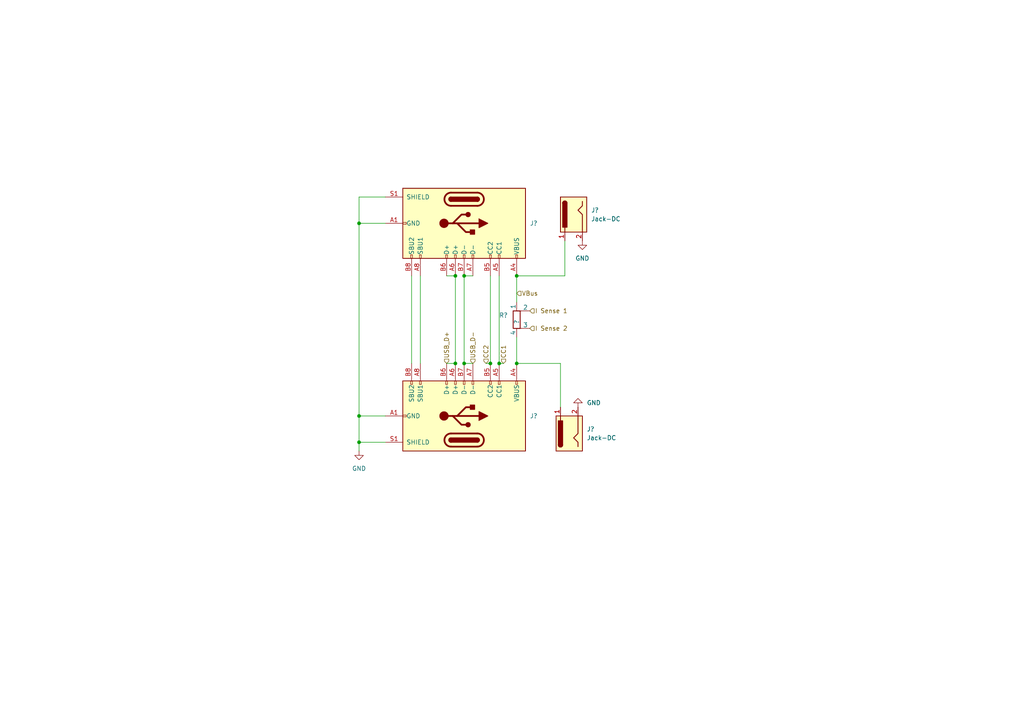
<source format=kicad_sch>
(kicad_sch (version 20211123) (generator eeschema)
  (paper "A4")
  (lib_symbols
    (symbol "Connector:Jack-DC" (pin_names (offset 1.016))
      (property "Reference" "J" (at 0 5.334 0))
      (property "Value" "Jack-DC" (at 0 -5.08 0))
      (symbol "Jack-DC_0_1"
        (rectangle (start -5.08 3.81) (end 5.08 -3.81) (stroke (width 0.254)) (fill (type background)))
        (arc (start -3.302 3.175) (mid -3.937 2.54) (end -3.302 1.905) (stroke (width 0.254)))
        (arc (start -3.302 3.175) (mid -3.937 2.54) (end -3.302 1.905) (stroke (width 0.254)) (fill (type outline)))
        (polyline (pts (xy 5.08 2.54) (xy 3.81 2.54)) (stroke (width 0.254)))
        (polyline (pts (xy -3.81 -2.54) (xy -2.54 -2.54) (xy -1.27 -1.27) (xy 0 -2.54) (xy 2.54 -2.54) (xy 5.08 -2.54)) (stroke (width 0.254)))
        (rectangle (start 3.683 3.175) (end -3.302 1.905) (stroke (width 0.254)) (fill (type outline)))
      )
      (symbol "Jack-DC_1_1"
        (pin passive line (at 7.62 2.54 180) (length 2.54) (name "~") (number "1"))
        (pin passive line (at 7.62 -2.54 180) (length 2.54) (name "~") (number "2"))
      )
    )
    (symbol "Connector:USB_C_Receptacle_USB2.0" (pin_names (offset 1.016))
      (property "Reference" "J" (at -10.16 19.05 0))
      (property "Value" "USB_C_Receptacle_USB2.0" (at 19.05 19.05 0))
      (symbol "USB_C_Receptacle_USB2.0_0_0"
        (rectangle (start -0.254 -17.78) (end 0.254 -16.764))
        (rectangle (start 10.16 -14.986) (end 9.144 -15.494))
        (rectangle (start 10.16 -12.446) (end 9.144 -12.954))
        (rectangle (start 10.16 -4.826) (end 9.144 -5.334))
        (rectangle (start 10.16 -2.286) (end 9.144 -2.794))
        (rectangle (start 10.16 0.254) (end 9.144 -0.254))
        (rectangle (start 10.16 2.794) (end 9.144 2.286))
        (rectangle (start 10.16 7.874) (end 9.144 7.366))
        (rectangle (start 10.16 10.414) (end 9.144 9.906))
        (rectangle (start 10.16 15.494) (end 9.144 14.986))
      )
      (symbol "USB_C_Receptacle_USB2.0_0_1"
        (rectangle (start -10.16 17.78) (end 10.16 -17.78) (stroke (width 0.254)) (fill (type background)))
        (arc (start -8.89 -3.81) (mid -6.985 -5.715) (end -5.08 -3.81) (stroke (width 0.508)))
        (arc (start -7.62 -3.81) (mid -6.985 -4.445) (end -6.35 -3.81) (stroke (width 0.254)))
        (arc (start -7.62 -3.81) (mid -6.985 -4.445) (end -6.35 -3.81) (stroke (width 0.254)) (fill (type outline)))
        (rectangle (start -7.62 -3.81) (end -6.35 3.81) (stroke (width 0.254)) (fill (type outline)))
        (arc (start -6.35 3.81) (mid -6.985 4.445) (end -7.62 3.81) (stroke (width 0.254)))
        (arc (start -6.35 3.81) (mid -6.985 4.445) (end -7.62 3.81) (stroke (width 0.254)) (fill (type outline)))
        (arc (start -5.08 3.81) (mid -6.985 5.715) (end -8.89 3.81) (stroke (width 0.508)))
        (circle (center -2.54 1.143) (radius 0.635) (stroke (width 0.254)) (fill (type outline)))
        (circle (center 0 -5.842) (radius 1.27) (fill (type outline)))
        (polyline (pts (xy -8.89 -3.81) (xy -8.89 3.81)) (stroke (width 0.508)))
        (polyline (pts (xy -5.08 3.81) (xy -5.08 -3.81)) (stroke (width 0.508)))
        (polyline (pts (xy 0 -5.842) (xy 0 4.318)) (stroke (width 0.508)))
        (polyline (pts (xy 0 -3.302) (xy -2.54 -0.762) (xy -2.54 0.508)) (stroke (width 0.508)))
        (polyline (pts (xy 0 -2.032) (xy 2.54 0.508) (xy 2.54 1.778)) (stroke (width 0.508)))
        (polyline (pts (xy -1.27 4.318) (xy 0 6.858) (xy 1.27 4.318) (xy -1.27 4.318)) (stroke (width 0.254)) (fill (type outline)))
        (rectangle (start 1.905 1.778) (end 3.175 3.048) (stroke (width 0.254)) (fill (type outline)))
      )
      (symbol "USB_C_Receptacle_USB2.0_1_1"
        (pin passive line (at 0 -22.86 90) (length 5.08) (name "GND") (number "A1"))
        (pin passive line (at 0 -22.86 90) (length 5.08) hide (name "GND") (number "A12"))
        (pin passive line (at 15.24 15.24 180) (length 5.08) (name "VBUS") (number "A4"))
        (pin bidirectional line (at 15.24 10.16 180) (length 5.08) (name "CC1") (number "A5"))
        (pin bidirectional line (at 15.24 -2.54 180) (length 5.08) (name "D+") (number "A6"))
        (pin bidirectional line (at 15.24 2.54 180) (length 5.08) (name "D-") (number "A7"))
        (pin bidirectional line (at 15.24 -12.7 180) (length 5.08) (name "SBU1") (number "A8"))
        (pin passive line (at 15.24 15.24 180) (length 5.08) hide (name "VBUS") (number "A9"))
        (pin passive line (at 0 -22.86 90) (length 5.08) hide (name "GND") (number "B1"))
        (pin passive line (at 0 -22.86 90) (length 5.08) hide (name "GND") (number "B12"))
        (pin passive line (at 15.24 15.24 180) (length 5.08) hide (name "VBUS") (number "B4"))
        (pin bidirectional line (at 15.24 7.62 180) (length 5.08) (name "CC2") (number "B5"))
        (pin bidirectional line (at 15.24 -5.08 180) (length 5.08) (name "D+") (number "B6"))
        (pin bidirectional line (at 15.24 0 180) (length 5.08) (name "D-") (number "B7"))
        (pin bidirectional line (at 15.24 -15.24 180) (length 5.08) (name "SBU2") (number "B8"))
        (pin passive line (at 15.24 15.24 180) (length 5.08) hide (name "VBUS") (number "B9"))
        (pin passive line (at -7.62 -22.86 90) (length 5.08) (name "SHIELD") (number "S1"))
      )
    )
    (symbol "Device:R_Shunt" (pin_numbers hide) (pin_names (offset 0))
      (property "Reference" "R" (at -4.445 0 90))
      (property "Value" "R_Shunt" (at -2.54 0 90))
      (symbol "R_Shunt_0_1"
        (rectangle (start -1.016 -2.54) (end 1.016 2.54) (stroke (width 0.254)))
        (polyline (pts (xy 0 -2.54) (xy 1.27 -2.54)))
        (polyline (pts (xy 1.27 2.54) (xy 0 2.54)))
      )
      (symbol "R_Shunt_1_1"
        (pin passive line (at 0 5.08 270) (length 2.54) (name "1") (number "1"))
        (pin passive line (at 3.81 2.54 180) (length 2.54) (name "2") (number "2"))
        (pin passive line (at 3.81 -2.54 180) (length 2.54) (name "3") (number "3"))
        (pin passive line (at 0 -5.08 90) (length 2.54) (name "4") (number "4"))
      )
    )
    (symbol "power:GND" (power) (pin_names (offset 0))
      (property "Value" "GND" (at 0 -3.81 0))
      (symbol "GND_0_1"
        (polyline (pts (xy 0 0) (xy 0 -1.27) (xy 1.27 -1.27) (xy 0 -2.54) (xy -1.27 -1.27) (xy 0 -1.27)))
      )
      (symbol "GND_1_1"
        (pin power_in line (at 0 0 270) (length 0) hide (name "GND") (number "1"))
      )
    )
  )
  (junction (at 142.24 105.41))
  (junction (at 149.86 105.41))
  (junction (at 132.08 80.01))
  (junction (at 134.62 105.41))
  (junction (at 134.62 80.01))
  (junction (at 144.78 105.41))
  (junction (at 132.08 105.41))
  (junction (at 104.14 120.65))
  (junction (at 104.14 64.77))
  (junction (at 149.86 80.01))
  (junction (at 104.14 128.27))
  (wire (pts (xy 132.08 80.01) (xy 132.08 105.41)))
  (wire (pts (xy 134.62 80.01) (xy 137.16 80.01)))
  (wire (pts (xy 162.56 118.11) (xy 162.56 105.41)))
  (wire (pts (xy 104.14 120.65) (xy 111.76 120.65)))
  (wire (pts (xy 163.83 69.85) (xy 163.83 80.01)))
  (wire (pts (xy 134.62 80.01) (xy 134.62 105.41)))
  (wire (pts (xy 104.14 128.27) (xy 104.14 120.65)))
  (wire (pts (xy 104.14 120.65) (xy 104.14 64.77)))
  (wire (pts (xy 119.38 80.01) (xy 119.38 105.41)))
  (wire (pts (xy 162.56 105.41) (xy 149.86 105.41)))
  (wire (pts (xy 104.14 130.81) (xy 104.14 128.27)))
  (wire (pts (xy 129.54 105.41) (xy 132.08 105.41)))
  (wire (pts (xy 149.86 97.79) (xy 149.86 105.41)))
  (wire (pts (xy 104.14 128.27) (xy 111.76 128.27)))
  (wire (pts (xy 149.86 80.01) (xy 149.86 87.63)))
  (wire (pts (xy 129.54 80.01) (xy 132.08 80.01)))
  (wire (pts (xy 144.78 80.01) (xy 144.78 105.41)))
  (wire (pts (xy 163.83 80.01) (xy 149.86 80.01)))
  (wire (pts (xy 134.62 105.41) (xy 137.16 105.41)))
  (wire (pts (xy 121.92 80.01) (xy 121.92 105.41)))
  (wire (pts (xy 142.24 80.01) (xy 142.24 105.41)))
  (wire (pts (xy 104.14 64.77) (xy 104.14 57.15)))
  (wire (pts (xy 104.14 57.15) (xy 111.76 57.15)))
  (wire (pts (xy 104.14 64.77) (xy 111.76 64.77)))
  (wire (pts (xy 144.78 105.41) (xy 146.05 105.41)))
  (wire (pts (xy 140.97 105.41) (xy 142.24 105.41)))
  (hierarchical_label "CC2" (shape input) (at 140.97 105.41 90))
  (hierarchical_label "I Sense 1" (shape input) (at 153.67 90.17 0))
  (hierarchical_label "VBus" (shape input) (at 149.86 85.09 0))
  (hierarchical_label "CC1" (shape input) (at 146.05 105.41 90))
  (hierarchical_label "USB_D+" (shape input) (at 129.54 105.41 90))
  (hierarchical_label "USB_D-" (shape input) (at 137.16 105.41 90))
  (hierarchical_label "I Sense 2" (shape input) (at 153.67 95.25 0))
  (symbol (lib_id "power:GND") (at 168.91 69.85 0) (unit 1)
    (property "Reference" "#PWR?" (effects hide))
    (property "Value" "GND" (at 168.91 74.93 0))
  )
  (symbol (lib_id "Connector:USB_C_Receptacle_USB2.0") (at 134.62 64.77 270) (unit 1)
    (property "Reference" "J?" (at 153.67 64.7699 90) (effects (justify left)))
    (property "Value" "USB_C_Receptacle_USB2.0" (effects hide))
    (property "Datasheet" "https://www.usb.org/sites/default/files/documents/usb_type-c.zip" (effects hide))
  )
  (symbol (lib_id "Connector:Jack-DC") (at 165.1 125.73 90) (unit 1)
    (property "Reference" "J?" (at 170.18 124.4599 90) (effects (justify right)))
    (property "Value" "Jack-DC" (at 170.18 126.9999 90) (effects (justify right)))
  )
  (symbol (lib_id "power:GND") (at 104.14 130.81 0) (unit 1)
    (property "Reference" "#PWR?" (effects hide))
    (property "Value" "GND" (at 104.14 135.89 0))
  )
  (symbol (lib_id "Connector:USB_C_Receptacle_USB2.0") (at 134.62 120.65 270) (mirror x) (unit 1)
    (property "Reference" "J?" (at 153.67 120.6499 90) (effects (justify left)))
    (property "Value" "USB_C_Receptacle_USB2.0" (effects hide))
    (property "Datasheet" "https://www.usb.org/sites/default/files/documents/usb_type-c.zip" (effects hide))
  )
  (symbol (lib_id "power:GND") (at 167.64 118.11 180) (unit 1)
    (property "Reference" "#PWR?" (effects hide))
    (property "Value" "GND" (at 170.18 116.8399 0) (effects (justify right)))
  )
  (symbol (lib_id "Device:R_Shunt") (at 149.86 92.71 0) (unit 1)
    (property "Reference" "R?" (at 147.32 91.4399 0) (effects (justify right)))
    (property "Value" "?" (at 149.86 92.71 90) (effects (justify right)))
  )
  (symbol (lib_id "Connector:Jack-DC") (at 166.37 62.23 90) (mirror x) (unit 1)
    (property "Reference" "J?" (at 171.45 60.9599 90) (effects (justify right)))
    (property "Value" "Jack-DC" (at 171.45 63.4999 90) (effects (justify right)))
  )
)
</source>
